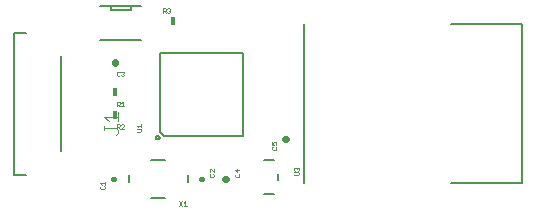
<source format=gto>
G75*
%MOIN*%
%OFA0B0*%
%FSLAX25Y25*%
%IPPOS*%
%LPD*%
%AMOC8*
5,1,8,0,0,1.08239X$1,22.5*
%
%ADD10C,0.00800*%
%ADD11C,0.00400*%
%ADD12C,0.00500*%
%ADD13C,0.00100*%
%ADD14R,0.01500X0.03000*%
%ADD15C,0.01600*%
%ADD16C,0.02200*%
%ADD17R,0.01600X0.02800*%
D10*
X0059668Y0014988D02*
X0063605Y0014988D01*
X0059668Y0014988D02*
X0059668Y0062232D01*
X0063605Y0062232D01*
X0075416Y0054358D02*
X0075416Y0022862D01*
X0097886Y0014791D02*
X0097886Y0012429D01*
X0105367Y0007311D02*
X0110091Y0007311D01*
X0117571Y0012429D02*
X0117571Y0014791D01*
X0110091Y0019909D02*
X0105367Y0019909D01*
X0107004Y0027335D02*
X0107006Y0027384D01*
X0107012Y0027432D01*
X0107022Y0027480D01*
X0107036Y0027527D01*
X0107053Y0027573D01*
X0107074Y0027617D01*
X0107099Y0027659D01*
X0107127Y0027699D01*
X0107159Y0027737D01*
X0107193Y0027772D01*
X0107230Y0027804D01*
X0107269Y0027833D01*
X0107311Y0027859D01*
X0107355Y0027881D01*
X0107400Y0027899D01*
X0107447Y0027914D01*
X0107494Y0027925D01*
X0107543Y0027932D01*
X0107592Y0027935D01*
X0107641Y0027934D01*
X0107689Y0027929D01*
X0107738Y0027920D01*
X0107785Y0027907D01*
X0107831Y0027890D01*
X0107875Y0027870D01*
X0107918Y0027846D01*
X0107959Y0027819D01*
X0107997Y0027788D01*
X0108033Y0027755D01*
X0108065Y0027719D01*
X0108095Y0027680D01*
X0108122Y0027639D01*
X0108145Y0027595D01*
X0108164Y0027550D01*
X0108180Y0027504D01*
X0108192Y0027457D01*
X0108200Y0027408D01*
X0108204Y0027359D01*
X0108204Y0027311D01*
X0108200Y0027262D01*
X0108192Y0027213D01*
X0108180Y0027166D01*
X0108164Y0027120D01*
X0108145Y0027075D01*
X0108122Y0027031D01*
X0108095Y0026990D01*
X0108065Y0026951D01*
X0108033Y0026915D01*
X0107997Y0026882D01*
X0107959Y0026851D01*
X0107918Y0026824D01*
X0107875Y0026800D01*
X0107831Y0026780D01*
X0107785Y0026763D01*
X0107738Y0026750D01*
X0107689Y0026741D01*
X0107641Y0026736D01*
X0107592Y0026735D01*
X0107543Y0026738D01*
X0107494Y0026745D01*
X0107447Y0026756D01*
X0107400Y0026771D01*
X0107355Y0026789D01*
X0107311Y0026811D01*
X0107269Y0026837D01*
X0107230Y0026866D01*
X0107193Y0026898D01*
X0107159Y0026933D01*
X0107127Y0026971D01*
X0107099Y0027011D01*
X0107074Y0027053D01*
X0107053Y0027097D01*
X0107036Y0027143D01*
X0107022Y0027190D01*
X0107012Y0027238D01*
X0107006Y0027286D01*
X0107004Y0027335D01*
X0108305Y0029333D02*
X0109702Y0027936D01*
X0135903Y0027936D01*
X0135903Y0055534D01*
X0108305Y0055534D01*
X0108305Y0029333D01*
X0142913Y0019835D02*
X0146294Y0019835D01*
X0147794Y0015291D02*
X0147794Y0013178D01*
X0146294Y0008635D02*
X0142913Y0008635D01*
D11*
X0094310Y0028947D02*
X0093543Y0028180D01*
X0094310Y0028947D02*
X0094310Y0029714D01*
X0093543Y0030482D01*
X0089706Y0030482D01*
X0089706Y0031249D02*
X0089706Y0029714D01*
X0091241Y0032784D02*
X0089706Y0034318D01*
X0094310Y0034318D01*
X0094310Y0032784D02*
X0094310Y0035853D01*
D12*
X0088339Y0059776D02*
X0102119Y0059776D01*
X0098575Y0069815D02*
X0091882Y0069815D01*
X0091882Y0071193D01*
X0098575Y0071193D01*
X0098575Y0069815D01*
X0098575Y0071193D02*
X0102119Y0071193D01*
X0091882Y0071193D02*
X0088339Y0071193D01*
X0156203Y0065185D02*
X0156203Y0012035D01*
X0205416Y0012035D02*
X0229038Y0012035D01*
X0229038Y0065185D01*
X0205416Y0065185D01*
D13*
X0111753Y0069160D02*
X0111503Y0068910D01*
X0111002Y0068910D01*
X0110752Y0069160D01*
X0110280Y0068910D02*
X0109779Y0069410D01*
X0110029Y0069410D02*
X0109279Y0069410D01*
X0109279Y0068910D02*
X0109279Y0070411D01*
X0110029Y0070411D01*
X0110280Y0070161D01*
X0110280Y0069660D01*
X0110029Y0069410D01*
X0110752Y0070161D02*
X0111002Y0070411D01*
X0111503Y0070411D01*
X0111753Y0070161D01*
X0111753Y0069911D01*
X0111503Y0069660D01*
X0111753Y0069410D01*
X0111753Y0069160D01*
X0111503Y0069660D02*
X0111252Y0069660D01*
X0096181Y0049311D02*
X0096431Y0049061D01*
X0096431Y0048811D01*
X0096181Y0048560D01*
X0096431Y0048310D01*
X0096431Y0048060D01*
X0096181Y0047810D01*
X0095681Y0047810D01*
X0095430Y0048060D01*
X0094958Y0048060D02*
X0094708Y0047810D01*
X0094207Y0047810D01*
X0093957Y0048060D01*
X0093957Y0049061D01*
X0094207Y0049311D01*
X0094708Y0049311D01*
X0094958Y0049061D01*
X0095430Y0049061D02*
X0095681Y0049311D01*
X0096181Y0049311D01*
X0096181Y0048560D02*
X0095931Y0048560D01*
X0095931Y0039311D02*
X0095931Y0037810D01*
X0096431Y0037810D02*
X0095430Y0037810D01*
X0094958Y0037810D02*
X0094458Y0038310D01*
X0094708Y0038310D02*
X0093957Y0038310D01*
X0093957Y0037810D02*
X0093957Y0039311D01*
X0094708Y0039311D01*
X0094958Y0039061D01*
X0094958Y0038560D01*
X0094708Y0038310D01*
X0095430Y0038811D02*
X0095931Y0039311D01*
X0096181Y0031811D02*
X0095681Y0031811D01*
X0095430Y0031561D01*
X0094958Y0031561D02*
X0094958Y0031060D01*
X0094708Y0030810D01*
X0093957Y0030810D01*
X0093957Y0030310D02*
X0093957Y0031811D01*
X0094708Y0031811D01*
X0094958Y0031561D01*
X0094458Y0030810D02*
X0094958Y0030310D01*
X0095430Y0030310D02*
X0096431Y0031311D01*
X0096431Y0031561D01*
X0096181Y0031811D01*
X0096431Y0030310D02*
X0095430Y0030310D01*
X0100552Y0030286D02*
X0101804Y0030286D01*
X0102054Y0030035D01*
X0102054Y0029535D01*
X0101804Y0029285D01*
X0100552Y0029285D01*
X0101053Y0030758D02*
X0100552Y0031258D01*
X0102054Y0031258D01*
X0102054Y0030758D02*
X0102054Y0031759D01*
X0145677Y0025759D02*
X0145677Y0024758D01*
X0146428Y0024758D01*
X0146178Y0025258D01*
X0146178Y0025509D01*
X0146428Y0025759D01*
X0146929Y0025759D01*
X0147179Y0025509D01*
X0147179Y0025008D01*
X0146929Y0024758D01*
X0146929Y0024286D02*
X0147179Y0024035D01*
X0147179Y0023535D01*
X0146929Y0023285D01*
X0145928Y0023285D01*
X0145677Y0023535D01*
X0145677Y0024035D01*
X0145928Y0024286D01*
X0153152Y0017062D02*
X0153403Y0017312D01*
X0153653Y0017312D01*
X0153903Y0017062D01*
X0154153Y0017312D01*
X0154404Y0017312D01*
X0154654Y0017062D01*
X0154654Y0016562D01*
X0154404Y0016311D01*
X0154404Y0015839D02*
X0153152Y0015839D01*
X0153403Y0016311D02*
X0153152Y0016562D01*
X0153152Y0017062D01*
X0153903Y0017062D02*
X0153903Y0016812D01*
X0154404Y0015839D02*
X0154654Y0015589D01*
X0154654Y0015088D01*
X0154404Y0014838D01*
X0153152Y0014838D01*
X0134779Y0014964D02*
X0134529Y0015214D01*
X0134779Y0014964D02*
X0134779Y0014463D01*
X0134529Y0014213D01*
X0133528Y0014213D01*
X0133277Y0014463D01*
X0133277Y0014964D01*
X0133528Y0015214D01*
X0134028Y0015686D02*
X0134028Y0016687D01*
X0133277Y0016437D02*
X0134028Y0015686D01*
X0134779Y0016437D02*
X0133277Y0016437D01*
X0126404Y0016687D02*
X0126404Y0015686D01*
X0125403Y0016687D01*
X0125153Y0016687D01*
X0124902Y0016437D01*
X0124902Y0015937D01*
X0125153Y0015686D01*
X0125153Y0015214D02*
X0124902Y0014964D01*
X0124902Y0014463D01*
X0125153Y0014213D01*
X0126154Y0014213D01*
X0126404Y0014463D01*
X0126404Y0014964D01*
X0126154Y0015214D01*
X0116806Y0006061D02*
X0116806Y0004560D01*
X0117306Y0004560D02*
X0116305Y0004560D01*
X0115833Y0004560D02*
X0114832Y0006061D01*
X0115833Y0006061D02*
X0114832Y0004560D01*
X0116305Y0005561D02*
X0116806Y0006061D01*
X0089929Y0010410D02*
X0089929Y0010910D01*
X0089679Y0011161D01*
X0089929Y0011633D02*
X0089929Y0012634D01*
X0089929Y0012133D02*
X0088427Y0012133D01*
X0088928Y0011633D01*
X0088678Y0011161D02*
X0088427Y0010910D01*
X0088427Y0010410D01*
X0088678Y0010160D01*
X0089679Y0010160D01*
X0089929Y0010410D01*
D14*
X0093354Y0034860D03*
X0093354Y0042360D03*
D15*
X0092849Y0013610D02*
X0092609Y0013610D01*
X0121984Y0013610D02*
X0122224Y0013610D01*
D16*
X0130109Y0013610D02*
X0130349Y0013610D01*
X0150109Y0026735D02*
X0150349Y0026735D01*
X0093354Y0052240D02*
X0093354Y0052480D01*
D17*
X0112729Y0066110D03*
M02*

</source>
